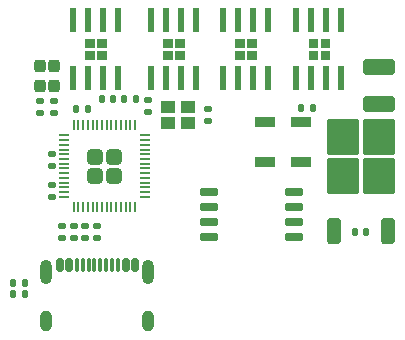
<source format=gbr>
%TF.GenerationSoftware,KiCad,Pcbnew,7.0.11*%
%TF.CreationDate,2025-01-20T01:41:03+09:00*%
%TF.ProjectId,MD,4d442e6b-6963-4616-945f-706362585858,rev?*%
%TF.SameCoordinates,Original*%
%TF.FileFunction,Paste,Top*%
%TF.FilePolarity,Positive*%
%FSLAX46Y46*%
G04 Gerber Fmt 4.6, Leading zero omitted, Abs format (unit mm)*
G04 Created by KiCad (PCBNEW 7.0.11) date 2025-01-20 01:41:03*
%MOMM*%
%LPD*%
G01*
G04 APERTURE LIST*
G04 Aperture macros list*
%AMRoundRect*
0 Rectangle with rounded corners*
0 $1 Rounding radius*
0 $2 $3 $4 $5 $6 $7 $8 $9 X,Y pos of 4 corners*
0 Add a 4 corners polygon primitive as box body*
4,1,4,$2,$3,$4,$5,$6,$7,$8,$9,$2,$3,0*
0 Add four circle primitives for the rounded corners*
1,1,$1+$1,$2,$3*
1,1,$1+$1,$4,$5*
1,1,$1+$1,$6,$7*
1,1,$1+$1,$8,$9*
0 Add four rect primitives between the rounded corners*
20,1,$1+$1,$2,$3,$4,$5,0*
20,1,$1+$1,$4,$5,$6,$7,0*
20,1,$1+$1,$6,$7,$8,$9,0*
20,1,$1+$1,$8,$9,$2,$3,0*%
G04 Aperture macros list end*
%ADD10C,0.010000*%
%ADD11RoundRect,0.140000X0.140000X0.170000X-0.140000X0.170000X-0.140000X-0.170000X0.140000X-0.170000X0*%
%ADD12RoundRect,0.135000X0.185000X-0.135000X0.185000X0.135000X-0.185000X0.135000X-0.185000X-0.135000X0*%
%ADD13RoundRect,0.140000X-0.140000X-0.170000X0.140000X-0.170000X0.140000X0.170000X-0.140000X0.170000X0*%
%ADD14RoundRect,0.140000X-0.170000X0.140000X-0.170000X-0.140000X0.170000X-0.140000X0.170000X0.140000X0*%
%ADD15RoundRect,0.150000X-0.150000X-0.425000X0.150000X-0.425000X0.150000X0.425000X-0.150000X0.425000X0*%
%ADD16RoundRect,0.075000X-0.075000X-0.500000X0.075000X-0.500000X0.075000X0.500000X-0.075000X0.500000X0*%
%ADD17O,1.000000X2.100000*%
%ADD18O,1.000000X1.800000*%
%ADD19RoundRect,0.140000X0.170000X-0.140000X0.170000X0.140000X-0.170000X0.140000X-0.170000X-0.140000X0*%
%ADD20R,1.150000X1.000000*%
%ADD21RoundRect,0.135000X-0.135000X-0.185000X0.135000X-0.185000X0.135000X0.185000X-0.135000X0.185000X0*%
%ADD22RoundRect,0.250000X-1.100000X0.412500X-1.100000X-0.412500X1.100000X-0.412500X1.100000X0.412500X0*%
%ADD23R,1.700000X0.900000*%
%ADD24RoundRect,0.072500X0.217500X-0.912500X0.217500X0.912500X-0.217500X0.912500X-0.217500X-0.912500X0*%
%ADD25RoundRect,0.150000X0.650000X0.150000X-0.650000X0.150000X-0.650000X-0.150000X0.650000X-0.150000X0*%
%ADD26RoundRect,0.135000X0.135000X0.185000X-0.135000X0.185000X-0.135000X-0.185000X0.135000X-0.185000X0*%
%ADD27RoundRect,0.250000X0.350000X-0.850000X0.350000X0.850000X-0.350000X0.850000X-0.350000X-0.850000X0*%
%ADD28RoundRect,0.250000X1.125000X-1.275000X1.125000X1.275000X-1.125000X1.275000X-1.125000X-1.275000X0*%
%ADD29RoundRect,0.237500X-0.237500X0.287500X-0.237500X-0.287500X0.237500X-0.287500X0.237500X0.287500X0*%
%ADD30RoundRect,0.249999X0.395001X0.395001X-0.395001X0.395001X-0.395001X-0.395001X0.395001X-0.395001X0*%
%ADD31RoundRect,0.050000X0.387500X0.050000X-0.387500X0.050000X-0.387500X-0.050000X0.387500X-0.050000X0*%
%ADD32RoundRect,0.050000X0.050000X0.387500X-0.050000X0.387500X-0.050000X-0.387500X0.050000X-0.387500X0*%
G04 APERTURE END LIST*
%TO.C,U3*%
D10*
X141973000Y-76044000D02*
X141253000Y-76044000D01*
X141253000Y-75324000D01*
X141973000Y-75324000D01*
X141973000Y-76044000D01*
G36*
X141973000Y-76044000D02*
G01*
X141253000Y-76044000D01*
X141253000Y-75324000D01*
X141973000Y-75324000D01*
X141973000Y-76044000D01*
G37*
X142973000Y-76044000D02*
X142253000Y-76044000D01*
X142253000Y-75324000D01*
X142973000Y-75324000D01*
X142973000Y-76044000D01*
G36*
X142973000Y-76044000D02*
G01*
X142253000Y-76044000D01*
X142253000Y-75324000D01*
X142973000Y-75324000D01*
X142973000Y-76044000D01*
G37*
X141973000Y-75044000D02*
X141253000Y-75044000D01*
X141253000Y-74324000D01*
X141973000Y-74324000D01*
X141973000Y-75044000D01*
G36*
X141973000Y-75044000D02*
G01*
X141253000Y-75044000D01*
X141253000Y-74324000D01*
X141973000Y-74324000D01*
X141973000Y-75044000D01*
G37*
X142973000Y-75044000D02*
X142253000Y-75044000D01*
X142253000Y-74324000D01*
X142973000Y-74324000D01*
X142973000Y-75044000D01*
G36*
X142973000Y-75044000D02*
G01*
X142253000Y-75044000D01*
X142253000Y-74324000D01*
X142973000Y-74324000D01*
X142973000Y-75044000D01*
G37*
%TO.C,U4*%
X154673000Y-76044000D02*
X153953000Y-76044000D01*
X153953000Y-75324000D01*
X154673000Y-75324000D01*
X154673000Y-76044000D01*
G36*
X154673000Y-76044000D02*
G01*
X153953000Y-76044000D01*
X153953000Y-75324000D01*
X154673000Y-75324000D01*
X154673000Y-76044000D01*
G37*
X155673000Y-76044000D02*
X154953000Y-76044000D01*
X154953000Y-75324000D01*
X155673000Y-75324000D01*
X155673000Y-76044000D01*
G36*
X155673000Y-76044000D02*
G01*
X154953000Y-76044000D01*
X154953000Y-75324000D01*
X155673000Y-75324000D01*
X155673000Y-76044000D01*
G37*
X154673000Y-75044000D02*
X153953000Y-75044000D01*
X153953000Y-74324000D01*
X154673000Y-74324000D01*
X154673000Y-75044000D01*
G36*
X154673000Y-75044000D02*
G01*
X153953000Y-75044000D01*
X153953000Y-74324000D01*
X154673000Y-74324000D01*
X154673000Y-75044000D01*
G37*
X155673000Y-75044000D02*
X154953000Y-75044000D01*
X154953000Y-74324000D01*
X155673000Y-74324000D01*
X155673000Y-75044000D01*
G36*
X155673000Y-75044000D02*
G01*
X154953000Y-75044000D01*
X154953000Y-74324000D01*
X155673000Y-74324000D01*
X155673000Y-75044000D01*
G37*
%TO.C,U5*%
X148577000Y-76044000D02*
X147857000Y-76044000D01*
X147857000Y-75324000D01*
X148577000Y-75324000D01*
X148577000Y-76044000D01*
G36*
X148577000Y-76044000D02*
G01*
X147857000Y-76044000D01*
X147857000Y-75324000D01*
X148577000Y-75324000D01*
X148577000Y-76044000D01*
G37*
X149577000Y-76044000D02*
X148857000Y-76044000D01*
X148857000Y-75324000D01*
X149577000Y-75324000D01*
X149577000Y-76044000D01*
G36*
X149577000Y-76044000D02*
G01*
X148857000Y-76044000D01*
X148857000Y-75324000D01*
X149577000Y-75324000D01*
X149577000Y-76044000D01*
G37*
X148577000Y-75044000D02*
X147857000Y-75044000D01*
X147857000Y-74324000D01*
X148577000Y-74324000D01*
X148577000Y-75044000D01*
G36*
X148577000Y-75044000D02*
G01*
X147857000Y-75044000D01*
X147857000Y-74324000D01*
X148577000Y-74324000D01*
X148577000Y-75044000D01*
G37*
X149577000Y-75044000D02*
X148857000Y-75044000D01*
X148857000Y-74324000D01*
X149577000Y-74324000D01*
X149577000Y-75044000D01*
G36*
X149577000Y-75044000D02*
G01*
X148857000Y-75044000D01*
X148857000Y-74324000D01*
X149577000Y-74324000D01*
X149577000Y-75044000D01*
G37*
%TO.C,U6*%
X160896000Y-76044000D02*
X160176000Y-76044000D01*
X160176000Y-75324000D01*
X160896000Y-75324000D01*
X160896000Y-76044000D01*
G36*
X160896000Y-76044000D02*
G01*
X160176000Y-76044000D01*
X160176000Y-75324000D01*
X160896000Y-75324000D01*
X160896000Y-76044000D01*
G37*
X161896000Y-76044000D02*
X161176000Y-76044000D01*
X161176000Y-75324000D01*
X161896000Y-75324000D01*
X161896000Y-76044000D01*
G36*
X161896000Y-76044000D02*
G01*
X161176000Y-76044000D01*
X161176000Y-75324000D01*
X161896000Y-75324000D01*
X161896000Y-76044000D01*
G37*
X160896000Y-75044000D02*
X160176000Y-75044000D01*
X160176000Y-74324000D01*
X160896000Y-74324000D01*
X160896000Y-75044000D01*
G36*
X160896000Y-75044000D02*
G01*
X160176000Y-75044000D01*
X160176000Y-74324000D01*
X160896000Y-74324000D01*
X160896000Y-75044000D01*
G37*
X161896000Y-75044000D02*
X161176000Y-75044000D01*
X161176000Y-74324000D01*
X161896000Y-74324000D01*
X161896000Y-75044000D01*
G36*
X161896000Y-75044000D02*
G01*
X161176000Y-75044000D01*
X161176000Y-74324000D01*
X161896000Y-74324000D01*
X161896000Y-75044000D01*
G37*
%TD*%
D11*
%TO.C,C7*%
X143609000Y-79375000D03*
X142649000Y-79375000D03*
%TD*%
D12*
%TO.C,R9*%
X138634000Y-80562500D03*
X138634000Y-79542500D03*
%TD*%
D13*
%TO.C,C3*%
X140490000Y-80264000D03*
X141450000Y-80264000D03*
%TD*%
D14*
%TO.C,C6*%
X138457000Y-86727000D03*
X138457000Y-87687000D03*
%TD*%
D15*
%TO.C,J1*%
X139086000Y-93472000D03*
X139886000Y-93472000D03*
D16*
X141036000Y-93472000D03*
X142036000Y-93472000D03*
X142536000Y-93472000D03*
X143536000Y-93472000D03*
D15*
X144686000Y-93472000D03*
X145486000Y-93472000D03*
X145486000Y-93472000D03*
X144686000Y-93472000D03*
D16*
X144036000Y-93472000D03*
X143036000Y-93472000D03*
X141536000Y-93472000D03*
X140536000Y-93472000D03*
D15*
X139886000Y-93472000D03*
X139086000Y-93472000D03*
D17*
X137966000Y-94047000D03*
D18*
X137966000Y-98227000D03*
D17*
X146606000Y-94047000D03*
D18*
X146606000Y-98227000D03*
%TD*%
D19*
%TO.C,C5*%
X139275000Y-91154000D03*
X139275000Y-90194000D03*
%TD*%
D12*
%TO.C,R4*%
X142240000Y-91186000D03*
X142240000Y-90166000D03*
%TD*%
D20*
%TO.C,Y1*%
X148223000Y-81472000D03*
X149973000Y-81472000D03*
X149973000Y-80072000D03*
X148223000Y-80072000D03*
%TD*%
D21*
%TO.C,R6*%
X144524000Y-79375000D03*
X145544000Y-79375000D03*
%TD*%
D22*
%TO.C,C10*%
X166116000Y-76669500D03*
X166116000Y-79794500D03*
%TD*%
D19*
%TO.C,C9*%
X138457000Y-85057000D03*
X138457000Y-84097000D03*
%TD*%
D23*
%TO.C,SW1*%
X156464000Y-81358000D03*
X156464000Y-84758000D03*
%TD*%
D12*
%TO.C,R8*%
X137414000Y-80562500D03*
X137414000Y-79542500D03*
%TD*%
D24*
%TO.C,U3*%
X140208000Y-77654000D03*
X141478000Y-77654000D03*
X142748000Y-77654000D03*
X144018000Y-77654000D03*
X144018000Y-72714000D03*
X142748000Y-72714000D03*
X141478000Y-72714000D03*
X140208000Y-72714000D03*
%TD*%
D25*
%TO.C,U1*%
X158921000Y-91059000D03*
X158921000Y-89789000D03*
X158921000Y-88519000D03*
X158921000Y-87249000D03*
X151721000Y-87249000D03*
X151721000Y-88519000D03*
X151721000Y-89789000D03*
X151721000Y-91059000D03*
%TD*%
D11*
%TO.C,C11*%
X165044000Y-90678000D03*
X164084000Y-90678000D03*
%TD*%
D23*
%TO.C,SW2*%
X159512000Y-81358000D03*
X159512000Y-84758000D03*
%TD*%
D26*
%TO.C,R1*%
X136146000Y-94996000D03*
X135126000Y-94996000D03*
%TD*%
%TO.C,R2*%
X136146000Y-95885000D03*
X135126000Y-95885000D03*
%TD*%
D27*
%TO.C,U7*%
X166874500Y-90560000D03*
X162314500Y-90560000D03*
D28*
X163069500Y-85935000D03*
X166119500Y-85935000D03*
X163069500Y-82585000D03*
X166119500Y-82585000D03*
%TD*%
D14*
%TO.C,C2*%
X146558000Y-79530000D03*
X146558000Y-80490000D03*
%TD*%
D29*
%TO.C,D3*%
X138634000Y-76595000D03*
X138634000Y-78345000D03*
%TD*%
D24*
%TO.C,U4*%
X152908000Y-77654000D03*
X154178000Y-77654000D03*
X155448000Y-77654000D03*
X156718000Y-77654000D03*
X156718000Y-72714000D03*
X155448000Y-72714000D03*
X154178000Y-72714000D03*
X152908000Y-72714000D03*
%TD*%
D14*
%TO.C,C1*%
X151638000Y-80292000D03*
X151638000Y-81252000D03*
%TD*%
D21*
%TO.C,R5*%
X159508000Y-80137000D03*
X160528000Y-80137000D03*
%TD*%
D30*
%TO.C,U2*%
X143675000Y-85888000D03*
X143675000Y-84288000D03*
X142075000Y-85888000D03*
X142075000Y-84288000D03*
D31*
X146312500Y-87688000D03*
X146312500Y-87288000D03*
X146312500Y-86888000D03*
X146312500Y-86488000D03*
X146312500Y-86088000D03*
X146312500Y-85688000D03*
X146312500Y-85288000D03*
X146312500Y-84888000D03*
X146312500Y-84488000D03*
X146312500Y-84088000D03*
X146312500Y-83688000D03*
X146312500Y-83288000D03*
X146312500Y-82888000D03*
X146312500Y-82488000D03*
D32*
X145475000Y-81650500D03*
X145075000Y-81650500D03*
X144675000Y-81650500D03*
X144275000Y-81650500D03*
X143875000Y-81650500D03*
X143475000Y-81650500D03*
X143075000Y-81650500D03*
X142675000Y-81650500D03*
X142275000Y-81650500D03*
X141875000Y-81650500D03*
X141475000Y-81650500D03*
X141075000Y-81650500D03*
X140675000Y-81650500D03*
X140275000Y-81650500D03*
D31*
X139437500Y-82488000D03*
X139437500Y-82888000D03*
X139437500Y-83288000D03*
X139437500Y-83688000D03*
X139437500Y-84088000D03*
X139437500Y-84488000D03*
X139437500Y-84888000D03*
X139437500Y-85288000D03*
X139437500Y-85688000D03*
X139437500Y-86088000D03*
X139437500Y-86488000D03*
X139437500Y-86888000D03*
X139437500Y-87288000D03*
X139437500Y-87688000D03*
D32*
X140275000Y-88525500D03*
X140675000Y-88525500D03*
X141075000Y-88525500D03*
X141475000Y-88525500D03*
X141875000Y-88525500D03*
X142275000Y-88525500D03*
X142675000Y-88525500D03*
X143075000Y-88525500D03*
X143475000Y-88525500D03*
X143875000Y-88525500D03*
X144275000Y-88525500D03*
X144675000Y-88525500D03*
X145075000Y-88525500D03*
X145475000Y-88525500D03*
%TD*%
D24*
%TO.C,U5*%
X146812000Y-77654000D03*
X148082000Y-77654000D03*
X149352000Y-77654000D03*
X150622000Y-77654000D03*
X150622000Y-72714000D03*
X149352000Y-72714000D03*
X148082000Y-72714000D03*
X146812000Y-72714000D03*
%TD*%
D29*
%TO.C,D2*%
X137414000Y-76595000D03*
X137414000Y-78345000D03*
%TD*%
D12*
%TO.C,R3*%
X141223000Y-91184000D03*
X141223000Y-90164000D03*
%TD*%
D24*
%TO.C,U6*%
X159131000Y-77654000D03*
X160401000Y-77654000D03*
X161671000Y-77654000D03*
X162941000Y-77654000D03*
X162941000Y-72714000D03*
X161671000Y-72714000D03*
X160401000Y-72714000D03*
X159131000Y-72714000D03*
%TD*%
D19*
%TO.C,C4*%
X140291000Y-91154000D03*
X140291000Y-90194000D03*
%TD*%
M02*

</source>
